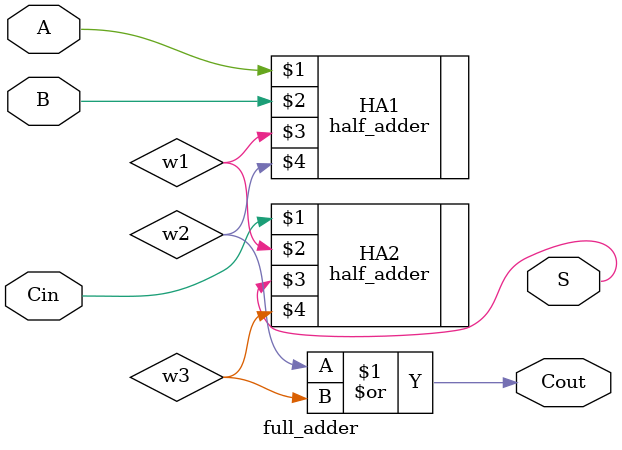
<source format=v>
`timescale 1ns / 1ps
module full_adder		//slide Digitsl System Design_with Verilog HDL_pub trang 80
	(		
	input A,B,Cin,
	output S,Cout
   );
	wire w1,w2,w3;
	
	half_adder HA1 (A,B,w1,w2);
	half_adder HA2 (Cin,w1,S,w3);
	or carry (Cout,w2,w3);
	
endmodule

</source>
